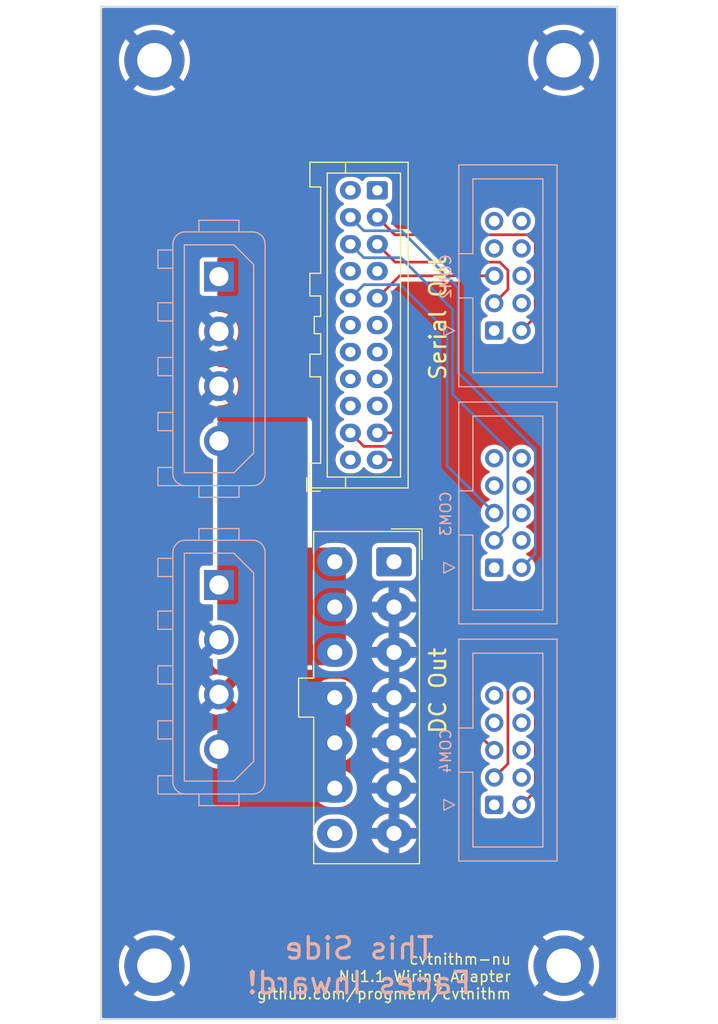
<source format=kicad_pcb>
(kicad_pcb (version 20221018) (generator pcbnew)
  (layers (0 "F.Cu" signal) (31 "B.Cu" signal) (34 "B.Paste" user) (35 "F.Paste" user) (36 "B.SilkS" user "B.Silkscreen") (37 "F.SilkS" user "F.Silkscreen") (38 "B.Mask" user) (39 "F.Mask" user) (44 "Edge.Cuts" user))
  (net 0 "")
  (net 15 "/UART1_RX")
  (net 16 "/UART1_TX")
  (net 17 "/UART1_GND")
  (net 18 "/UART2_RX")
  (net 19 "/UART2_TX")
  (net 20 "/UART2_GND")
  (net 21 "/UART3_RX")
  (net 22 "/UART3_TX")
  (net 23 "/UART3_GND")
  (net 39 "/+12V")
  (net 40 "/GND")
  (net 41 "/+5V")
  (footprint "MountingHole:MountingHole_3.2mm_M3_DIN965_Pad" (layer "F.Cu") (at 88.8 50.8)
    (fp_text reference "REF**" hide)
    (fp_text value "MountingHole_3.2mm_M3_DIN965_Pad")
    (pad "1" thru_hole circle (at 0 0) (size 5.6 5.6) (drill 3.2) (layers "*.Cu" "*.Mask") (net 40 "/GND"))
  )
  (footprint "MountingHole:MountingHole_3.2mm_M3_DIN965_Pad" (layer "F.Cu") (at 88.8 134.8)
    (fp_text reference "REF**" hide)
    (fp_text value "MountingHole_3.2mm_M3_DIN965_Pad")
    (pad "1" thru_hole circle (at 0 0) (size 5.6 5.6) (drill 3.2) (layers "*.Cu" "*.Mask") (net 40 "/GND"))
  )
  (footprint "MountingHole:MountingHole_3.2mm_M3_DIN965_Pad" (layer "F.Cu") (at 50.8 134.8)
    (fp_text reference "REF**" hide)
    (fp_text value "MountingHole_3.2mm_M3_DIN965_Pad")
    (pad "1" thru_hole circle (at 0 0) (size 5.6 5.6) (drill 3.2) (layers "*.Cu" "*.Mask") (net 40 "/GND"))
  )
  (footprint "Connector_Molex:Molex_Mini-Fit_Jr_5566-14A_2x07_P4.20mm_Vertical" (layer "F.Cu") (at 73.05 97.33 -90)
    (fp_text reference "CPWR1" hide)
    (fp_text value "Conn_02x07_Top_Bottom" hide)
    (fp_line (start -3.05 -2.6) (end -3.05 0.25) (stroke (width 0.12)) (layer "F.SilkS"))
    (fp_line (start -2.81 -2.36) (end -2.81 7.46) (stroke (width 0.12)) (layer "F.SilkS"))
    (fp_line (start -2.81 7.46) (end 10.79 7.46) (stroke (width 0.12)) (layer "F.SilkS"))
    (fp_line (start -0.2 -2.6) (end -3.05 -2.6) (stroke (width 0.12)) (layer "F.SilkS"))
    (fp_line (start 10.79 7.46) (end 10.79 8.86) (stroke (width 0.12)) (layer "F.SilkS"))
    (fp_line (start 10.79 8.86) (end 12.6 8.86) (stroke (width 0.12)) (layer "F.SilkS"))
    (fp_line (start 12.6 -2.36) (end -2.81 -2.36) (stroke (width 0.12)) (layer "F.SilkS"))
    (fp_line (start 12.6 -2.36) (end 28.01 -2.36) (stroke (width 0.12)) (layer "F.SilkS"))
    (fp_line (start 14.41 7.46) (end 14.41 8.86) (stroke (width 0.12)) (layer "F.SilkS"))
    (fp_line (start 14.41 8.86) (end 12.6 8.86) (stroke (width 0.12)) (layer "F.SilkS"))
    (fp_line (start 28.01 -2.36) (end 28.01 7.46) (stroke (width 0.12)) (layer "F.SilkS"))
    (fp_line (start 28.01 7.46) (end 14.41 7.46) (stroke (width 0.12)) (layer "F.SilkS"))
    (pad "1" thru_hole roundrect locked (at 0 0 270) (size 2.7 3.3) (drill 1.4) (layers "*.Cu" "*.Mask") (roundrect_rratio 0.09259296296))
    (pad "2" thru_hole oval locked (at 4.2 0 270) (size 2.7 3.3) (drill 1.4) (layers "*.Cu" "*.Mask") (net 40 "/GND"))
    (pad "3" thru_hole oval locked (at 8.4 0 270) (size 2.7 3.3) (drill 1.4) (layers "*.Cu" "*.Mask") (net 40 "/GND"))
    (pad "4" thru_hole oval locked (at 12.6 0 270) (size 2.7 3.3) (drill 1.4) (layers "*.Cu" "*.Mask") (net 40 "/GND"))
    (pad "5" thru_hole oval locked (at 16.8 0 270) (size 2.7 3.3) (drill 1.4) (layers "*.Cu" "*.Mask") (net 40 "/GND"))
    (pad "6" thru_hole oval locked (at 21 0 270) (size 2.7 3.3) (drill 1.4) (layers "*.Cu" "*.Mask") (net 40 "/GND"))
    (pad "7" thru_hole oval locked (at 25.2 0 270) (size 2.7 3.3) (drill 1.4) (layers "*.Cu" "*.Mask") (net 40 "/GND"))
    (pad "8" thru_hole oval locked (at 0 5.5 270) (size 2.7 3.3) (drill 1.4) (layers "*.Cu" "*.Mask") (net 39 "/+12V"))
    (pad "9" thru_hole oval locked (at 4.2 5.5 270) (size 2.7 3.3) (drill 1.4) (layers "*.Cu" "*.Mask") (net 39 "/+12V"))
    (pad "10" thru_hole oval locked (at 8.4 5.5 270) (size 2.7 3.3) (drill 1.4) (layers "*.Cu" "*.Mask") (net 39 "/+12V"))
    (pad "11" thru_hole oval locked (at 12.6 5.5 270) (size 2.7 3.3) (drill 1.4) (layers "*.Cu" "*.Mask") (net 41 "/+5V"))
    (pad "12" thru_hole oval locked (at 16.8 5.5 270) (size 2.7 3.3) (drill 1.4) (layers "*.Cu" "*.Mask") (net 41 "/+5V"))
    (pad "13" thru_hole oval locked (at 21 5.5 270) (size 2.7 3.3) (drill 1.4) (layers "*.Cu" "*.Mask") (net 41 "/+5V"))
    (pad "14" thru_hole oval locked (at 25.2 5.5 270) (size 2.7 3.3) (drill 1.4) (layers "*.Cu" "*.Mask"))
  )
  (footprint "Connector_JST:JST_XAD_B22B-XADSS-1_2x11_P2.50mm_Vertical" (layer "F.Cu") (at 69 87.87 90)
    (fp_text reference "CCOM1" hide)
    (fp_text value "Conn_02x11_Odd_Even" hide)
    (fp_line (start -2.91 -4.06) (end -2.91 -2.81) (stroke (width 0.12)) (layer "F.SilkS"))
    (fp_line (start -2.61 -3.76) (end -2.61 5.36) (stroke (width 0.12)) (layer "F.SilkS"))
    (fp_line (start -2.61 -0.45) (end -1.6 -0.45) (stroke (width 0.12)) (layer "F.SilkS"))
    (fp_line (start -2.61 5.36) (end 27.61 5.36) (stroke (width 0.12)) (layer "F.SilkS"))
    (fp_line (start -1.66 -4.06) (end -2.91 -4.06) (stroke (width 0.12)) (layer "F.SilkS"))
    (fp_line (start -1.6 -2.15) (end -1.6 4.65) (stroke (width 0.12)) (layer "F.SilkS"))
    (fp_line (start -1.6 4.65) (end 26.6 4.65) (stroke (width 0.12)) (layer "F.SilkS"))
    (fp_line (start -0.31 -3.76) (end -2.61 -3.76) (stroke (width 0.12)) (layer "F.SilkS"))
    (fp_line (start -0.31 -2.76) (end -0.31 -3.76) (stroke (width 0.12)) (layer "F.SilkS"))
    (fp_line (start 7.7 -3.76) (end 7.7 -2.76) (stroke (width 0.12)) (layer "F.SilkS"))
    (fp_line (start 7.7 -2.76) (end -0.31 -2.76) (stroke (width 0.12)) (layer "F.SilkS"))
    (fp_line (start 9.8 -3.76) (end 7.7 -3.76) (stroke (width 0.12)) (layer "F.SilkS"))
    (fp_line (start 9.8 -2.76) (end 9.8 -3.76) (stroke (width 0.12)) (layer "F.SilkS"))
    (fp_line (start 11.7 -3.36) (end 11.7 -2.76) (stroke (width 0.12)) (layer "F.SilkS"))
    (fp_line (start 11.7 -2.76) (end 9.8 -2.76) (stroke (width 0.12)) (layer "F.SilkS"))
    (fp_line (start 13.3 -3.36) (end 11.7 -3.36) (stroke (width 0.12)) (layer "F.SilkS"))
    (fp_line (start 13.3 -2.76) (end 13.3 -3.36) (stroke (width 0.12)) (layer "F.SilkS"))
    (fp_line (start 15.2 -3.76) (end 15.2 -2.76) (stroke (width 0.12)) (layer "F.SilkS"))
    (fp_line (start 15.2 -2.76) (end 13.3 -2.76) (stroke (width 0.12)) (layer "F.SilkS"))
    (fp_line (start 17.3 -3.76) (end 15.2 -3.76) (stroke (width 0.12)) (layer "F.SilkS"))
    (fp_line (start 17.3 -2.76) (end 17.3 -3.76) (stroke (width 0.12)) (layer "F.SilkS"))
    (fp_line (start 25.31 -3.76) (end 25.31 -2.76) (stroke (width 0.12)) (layer "F.SilkS"))
    (fp_line (start 25.31 -2.76) (end 17.3 -2.76) (stroke (width 0.12)) (layer "F.SilkS"))
    (fp_line (start 26.6 -2.15) (end -1.6 -2.15) (stroke (width 0.12)) (layer "F.SilkS"))
    (fp_line (start 26.6 4.65) (end 26.6 -2.15) (stroke (width 0.12)) (layer "F.SilkS"))
    (fp_line (start 27.61 -3.76) (end 25.31 -3.76) (stroke (width 0.12)) (layer "F.SilkS"))
    (fp_line (start 27.61 -0.45) (end 26.6 -0.45) (stroke (width 0.12)) (layer "F.SilkS"))
    (fp_line (start 27.61 5.36) (end 27.61 -3.76) (stroke (width 0.12)) (layer "F.SilkS"))
    (pad "1" thru_hole roundrect locked (at 25 2.5 90) (size 1.7 1.95) (drill 0.95) (layers "*.Cu" "*.Mask") (roundrect_rratio 0.1470588235))
    (pad "2" thru_hole oval locked (at 25 0 90) (size 1.7 1.95) (drill 0.95) (layers "*.Cu" "*.Mask"))
    (pad "3" thru_hole oval locked (at 22.5 2.5 90) (size 1.7 1.95) (drill 0.95) (layers "*.Cu" "*.Mask") (net 15 "/UART1_RX"))
    (pad "4" thru_hole oval locked (at 22.5 0 90) (size 1.7 1.95) (drill 0.95) (layers "*.Cu" "*.Mask") (net 18 "/UART2_RX"))
    (pad "5" thru_hole oval locked (at 20 2.5 90) (size 1.7 1.95) (drill 0.95) (layers "*.Cu" "*.Mask") (net 16 "/UART1_TX"))
    (pad "6" thru_hole oval locked (at 20 0 90) (size 1.7 1.95) (drill 0.95) (layers "*.Cu" "*.Mask") (net 19 "/UART2_TX"))
    (pad "7" thru_hole oval locked (at 17.5 2.5 90) (size 1.7 1.95) (drill 0.95) (layers "*.Cu" "*.Mask"))
    (pad "8" thru_hole oval locked (at 17.5 0 90) (size 1.7 1.95) (drill 0.95) (layers "*.Cu" "*.Mask"))
    (pad "9" thru_hole oval locked (at 15 2.5 90) (size 1.7 1.95) (drill 0.95) (layers "*.Cu" "*.Mask") (net 17 "/UART1_GND"))
    (pad "10" thru_hole oval locked (at 15 0 90) (size 1.7 1.95) (drill 0.95) (layers "*.Cu" "*.Mask") (net 20 "/UART2_GND"))
    (pad "11" thru_hole oval locked (at 12.5 2.5 90) (size 1.7 1.95) (drill 0.95) (layers "*.Cu" "*.Mask"))
    (pad "12" thru_hole oval locked (at 12.5 0 90) (size 1.7 1.95) (drill 0.95) (layers "*.Cu" "*.Mask"))
    (pad "13" thru_hole oval locked (at 10 2.5 90) (size 1.7 1.95) (drill 0.95) (layers "*.Cu" "*.Mask"))
    (pad "14" thru_hole oval locked (at 10 0 90) (size 1.7 1.95) (drill 0.95) (layers "*.Cu" "*.Mask"))
    (pad "15" thru_hole oval locked (at 7.5 2.5 90) (size 1.7 1.95) (drill 0.95) (layers "*.Cu" "*.Mask"))
    (pad "16" thru_hole oval locked (at 7.5 0 90) (size 1.7 1.95) (drill 0.95) (layers "*.Cu" "*.Mask"))
    (pad "17" thru_hole oval locked (at 5 2.5 90) (size 1.7 1.95) (drill 0.95) (layers "*.Cu" "*.Mask"))
    (pad "18" thru_hole oval locked (at 5 0 90) (size 1.7 1.95) (drill 0.95) (layers "*.Cu" "*.Mask"))
    (pad "19" thru_hole oval locked (at 2.5 2.5 90) (size 1.7 1.95) (drill 0.95) (layers "*.Cu" "*.Mask") (net 21 "/UART3_RX"))
    (pad "20" thru_hole oval locked (at 2.5 0 90) (size 1.7 1.95) (drill 0.95) (layers "*.Cu" "*.Mask") (net 22 "/UART3_TX"))
    (pad "21" thru_hole oval locked (at 0 2.5 90) (size 1.7 1.95) (drill 0.95) (layers "*.Cu" "*.Mask") (net 23 "/UART3_GND"))
    (pad "22" thru_hole oval locked (at 0 0 90) (size 1.7 1.95) (drill 0.95) (layers "*.Cu" "*.Mask"))
  )
  (footprint "MountingHole:MountingHole_3.2mm_M3_DIN965_Pad" (layer "F.Cu") (at 50.8 50.8)
    (fp_text reference "REF**" hide)
    (fp_text value "MountingHole_3.2mm_M3_DIN965_Pad")
    (pad "1" thru_hole circle (at 0 0) (size 5.6 5.6) (drill 3.2) (layers "*.Cu" "*.Mask") (net 40 "/GND"))
  )
  (footprint "Connector_IDC:IDC-Header_2x05_P2.54mm_Vertical" (layer "B.Cu") (at 82.355 119.88)
    (fp_text reference "COM4" (at -4.5 -5 90) (layer "B.SilkS") (effects (justify mirror)))
    (fp_text value "Conn_02x05_Odd_Even" hide)
    (fp_line (start -4.68 -0.5) (end -3.68 0) (stroke (width 0.12)) (layer "B.SilkS"))
    (fp_line (start -4.68 0.5) (end -4.68 -0.5) (stroke (width 0.12)) (layer "B.SilkS"))
    (fp_line (start -3.68 0) (end -4.68 0.5) (stroke (width 0.12)) (layer "B.SilkS"))
    (fp_line (start -3.29 -15.37) (end -3.29 5.21) (stroke (width 0.12)) (layer "B.SilkS"))
    (fp_line (start -3.29 -3.03) (end -1.98 -3.03) (stroke (width 0.12)) (layer "B.SilkS"))
    (fp_line (start -3.29 5.21) (end 5.83 5.21) (stroke (width 0.12)) (layer "B.SilkS"))
    (fp_line (start -1.98 -14.07) (end -1.98 -7.13) (stroke (width 0.12)) (layer "B.SilkS"))
    (fp_line (start -1.98 -7.13) (end -3.29 -7.13) (stroke (width 0.12)) (layer "B.SilkS"))
    (fp_line (start -1.98 -7.13) (end -1.98 -7.13) (stroke (width 0.12)) (layer "B.SilkS"))
    (fp_line (start -1.98 -3.03) (end -1.98 3.91) (stroke (width 0.12)) (layer "B.SilkS"))
    (fp_line (start -1.98 3.91) (end 4.52 3.91) (stroke (width 0.12)) (layer "B.SilkS"))
    (fp_line (start 4.52 -14.07) (end -1.98 -14.07) (stroke (width 0.12)) (layer "B.SilkS"))
    (fp_line (start 4.52 3.91) (end 4.52 -14.07) (stroke (width 0.12)) (layer "B.SilkS"))
    (fp_line (start 5.83 -15.37) (end -3.29 -15.37) (stroke (width 0.12)) (layer "B.SilkS"))
    (fp_line (start 5.83 5.21) (end 5.83 -15.37) (stroke (width 0.12)) (layer "B.SilkS"))
    (pad "1" thru_hole roundrect locked (at 0 0) (size 1.7 1.7) (drill 1) (layers "*.Cu" "*.Mask") (roundrect_rratio 0.1470588235))
    (pad "2" thru_hole circle locked (at 2.54 0) (size 1.7 1.7) (drill 1) (layers "*.Cu" "*.Mask") (net 21 "/UART3_RX"))
    (pad "3" thru_hole circle locked (at 0 -2.54) (size 1.7 1.7) (drill 1) (layers "*.Cu" "*.Mask") (net 22 "/UART3_TX"))
    (pad "4" thru_hole circle locked (at 2.54 -2.54) (size 1.7 1.7) (drill 1) (layers "*.Cu" "*.Mask"))
    (pad "5" thru_hole circle locked (at 0 -5.08) (size 1.7 1.7) (drill 1) (layers "*.Cu" "*.Mask") (net 23 "/UART3_GND"))
    (pad "6" thru_hole circle locked (at 2.54 -5.08) (size 1.7 1.7) (drill 1) (layers "*.Cu" "*.Mask"))
    (pad "7" thru_hole circle locked (at 0 -7.62) (size 1.7 1.7) (drill 1) (layers "*.Cu" "*.Mask"))
    (pad "8" thru_hole circle locked (at 2.54 -7.62) (size 1.7 1.7) (drill 1) (layers "*.Cu" "*.Mask"))
    (pad "9" thru_hole circle locked (at 0 -10.16) (size 1.7 1.7) (drill 1) (layers "*.Cu" "*.Mask"))
    (pad "10" thru_hole circle locked (at 2.54 -10.16) (size 1.7 1.7) (drill 1) (layers "*.Cu" "*.Mask"))
  )
  (footprint "Connector_IDC:IDC-Header_2x05_P2.54mm_Vertical" (layer "B.Cu") (at 82.355 97.88)
    (fp_text reference "COM3" (at -4.5 -5 90) (layer "B.SilkS") (effects (justify mirror)))
    (fp_text value "Conn_02x05_Odd_Even" hide)
    (fp_line (start -4.68 -0.5) (end -3.68 0) (stroke (width 0.12)) (layer "B.SilkS"))
    (fp_line (start -4.68 0.5) (end -4.68 -0.5) (stroke (width 0.12)) (layer "B.SilkS"))
    (fp_line (start -3.68 0) (end -4.68 0.5) (stroke (width 0.12)) (layer "B.SilkS"))
    (fp_line (start -3.29 -15.37) (end -3.29 5.21) (stroke (width 0.12)) (layer "B.SilkS"))
    (fp_line (start -3.29 -3.03) (end -1.98 -3.03) (stroke (width 0.12)) (layer "B.SilkS"))
    (fp_line (start -3.29 5.21) (end 5.83 5.21) (stroke (width 0.12)) (layer "B.SilkS"))
    (fp_line (start -1.98 -14.07) (end -1.98 -7.13) (stroke (width 0.12)) (layer "B.SilkS"))
    (fp_line (start -1.98 -7.13) (end -3.29 -7.13) (stroke (width 0.12)) (layer "B.SilkS"))
    (fp_line (start -1.98 -7.13) (end -1.98 -7.13) (stroke (width 0.12)) (layer "B.SilkS"))
    (fp_line (start -1.98 -3.03) (end -1.98 3.91) (stroke (width 0.12)) (layer "B.SilkS"))
    (fp_line (start -1.98 3.91) (end 4.52 3.91) (stroke (width 0.12)) (layer "B.SilkS"))
    (fp_line (start 4.52 -14.07) (end -1.98 -14.07) (stroke (width 0.12)) (layer "B.SilkS"))
    (fp_line (start 4.52 3.91) (end 4.52 -14.07) (stroke (width 0.12)) (layer "B.SilkS"))
    (fp_line (start 5.83 -15.37) (end -3.29 -15.37) (stroke (width 0.12)) (layer "B.SilkS"))
    (fp_line (start 5.83 5.21) (end 5.83 -15.37) (stroke (width 0.12)) (layer "B.SilkS"))
    (pad "1" thru_hole roundrect locked (at 0 0) (size 1.7 1.7) (drill 1) (layers "*.Cu" "*.Mask") (roundrect_rratio 0.1470588235))
    (pad "2" thru_hole circle locked (at 2.54 0) (size 1.7 1.7) (drill 1) (layers "*.Cu" "*.Mask") (net 18 "/UART2_RX"))
    (pad "3" thru_hole circle locked (at 0 -2.54) (size 1.7 1.7) (drill 1) (layers "*.Cu" "*.Mask") (net 19 "/UART2_TX"))
    (pad "4" thru_hole circle locked (at 2.54 -2.54) (size 1.7 1.7) (drill 1) (layers "*.Cu" "*.Mask"))
    (pad "5" thru_hole circle locked (at 0 -5.08) (size 1.7 1.7) (drill 1) (layers "*.Cu" "*.Mask") (net 20 "/UART2_GND"))
    (pad "6" thru_hole circle locked (at 2.54 -5.08) (size 1.7 1.7) (drill 1) (layers "*.Cu" "*.Mask"))
    (pad "7" thru_hole circle locked (at 0 -7.62) (size 1.7 1.7) (drill 1) (layers "*.Cu" "*.Mask"))
    (pad "8" thru_hole circle locked (at 2.54 -7.62) (size 1.7 1.7) (drill 1) (layers "*.Cu" "*.Mask"))
    (pad "9" thru_hole circle locked (at 0 -10.16) (size 1.7 1.7) (drill 1) (layers "*.Cu" "*.Mask"))
    (pad "10" thru_hole circle locked (at 2.54 -10.16) (size 1.7 1.7) (drill 1) (layers "*.Cu" "*.Mask"))
  )
  (footprint "Connector_IDC:IDC-Header_2x05_P2.54mm_Vertical" (layer "B.Cu") (at 82.355 75.88)
    (fp_text reference "COM2" (at -4.5 -5 90) (layer "B.SilkS") (effects (justify mirror)))
    (fp_text value "Conn_02x05_Odd_Even" hide)
    (fp_line (start -4.68 -0.5) (end -3.68 0) (stroke (width 0.12)) (layer "B.SilkS"))
    (fp_line (start -4.68 0.5) (end -4.68 -0.5) (stroke (width 0.12)) (layer "B.SilkS"))
    (fp_line (start -3.68 0) (end -4.68 0.5) (stroke (width 0.12)) (layer "B.SilkS"))
    (fp_line (start -3.29 -15.37) (end -3.29 5.21) (stroke (width 0.12)) (layer "B.SilkS"))
    (fp_line (start -3.29 -3.03) (end -1.98 -3.03) (stroke (width 0.12)) (layer "B.SilkS"))
    (fp_line (start -3.29 5.21) (end 5.83 5.21) (stroke (width 0.12)) (layer "B.SilkS"))
    (fp_line (start -1.98 -14.07) (end -1.98 -7.13) (stroke (width 0.12)) (layer "B.SilkS"))
    (fp_line (start -1.98 -7.13) (end -3.29 -7.13) (stroke (width 0.12)) (layer "B.SilkS"))
    (fp_line (start -1.98 -7.13) (end -1.98 -7.13) (stroke (width 0.12)) (layer "B.SilkS"))
    (fp_line (start -1.98 -3.03) (end -1.98 3.91) (stroke (width 0.12)) (layer "B.SilkS"))
    (fp_line (start -1.98 3.91) (end 4.52 3.91) (stroke (width 0.12)) (layer "B.SilkS"))
    (fp_line (start 4.52 -14.07) (end -1.98 -14.07) (stroke (width 0.12)) (layer "B.SilkS"))
    (fp_line (start 4.52 3.91) (end 4.52 -14.07) (stroke (width 0.12)) (layer "B.SilkS"))
    (fp_line (start 5.83 -15.37) (end -3.29 -15.37) (stroke (width 0.12)) (layer "B.SilkS"))
    (fp_line (start 5.83 5.21) (end 5.83 -15.37) (stroke (width 0.12)) (layer "B.SilkS"))
    (pad "1" thru_hole roundrect locked (at 0 0) (size 1.7 1.7) (drill 1) (layers "*.Cu" "*.Mask") (roundrect_rratio 0.1470588235))
    (pad "2" thru_hole circle locked (at 2.54 0) (size 1.7 1.7) (drill 1) (layers "*.Cu" "*.Mask") (net 15 "/UART1_RX"))
    (pad "3" thru_hole circle locked (at 0 -2.54) (size 1.7 1.7) (drill 1) (layers "*.Cu" "*.Mask") (net 16 "/UART1_TX"))
    (pad "4" thru_hole circle locked (at 2.54 -2.54) (size 1.7 1.7) (drill 1) (layers "*.Cu" "*.Mask"))
    (pad "5" thru_hole circle locked (at 0 -5.08) (size 1.7 1.7) (drill 1) (layers "*.Cu" "*.Mask") (net 17 "/UART1_GND"))
    (pad "6" thru_hole circle locked (at 2.54 -5.08) (size 1.7 1.7) (drill 1) (layers "*.Cu" "*.Mask"))
    (pad "7" thru_hole circle locked (at 0 -7.62) (size 1.7 1.7) (drill 1) (layers "*.Cu" "*.Mask"))
    (pad "8" thru_hole circle locked (at 2.54 -7.62) (size 1.7 1.7) (drill 1) (layers "*.Cu" "*.Mask"))
    (pad "9" thru_hole circle locked (at 0 -10.16) (size 1.7 1.7) (drill 1) (layers "*.Cu" "*.Mask"))
    (pad "10" thru_hole circle locked (at 2.54 -10.16) (size 1.7 1.7) (drill 1) (layers "*.Cu" "*.Mask"))
  )
  (footprint "Connector_TE-Connectivity:TE_MATE-N-LOK_350211-1_1x04_P5.08mm_Vertical" (layer "B.Cu") (at 56.795 70.878 -90)
    (fp_text reference "PWR1" hide)
    (fp_text value "Conn_01x04_Pin" hide)
    (fp_line (start -5.23 -1.86) (end -5.23 1.86) (stroke (width 0.12)) (layer "B.SilkS"))
    (fp_line (start -5.23 1.86) (end -4.15 1.86) (stroke (width 0.12)) (layer "B.SilkS"))
    (fp_line (start -4.15 -1.86) (end -5.23 -1.86) (stroke (width 0.12)) (layer "B.SilkS"))
    (fp_line (start -4.15 3.14) (end -4.15 -3.14) (stroke (width 0.12)) (layer "B.SilkS"))
    (fp_line (start -3.01 -4.28) (end 18.25 -4.28) (stroke (width 0.12)) (layer "B.SilkS"))
    (fp_line (start -2.95 -1.39) (end -2.95 3.22) (stroke (width 0.12)) (layer "B.SilkS"))
    (fp_line (start -2.95 3.22) (end 18.19 3.22) (stroke (width 0.12)) (layer "B.SilkS"))
    (fp_line (start -2.47 4.28) (end -2.47 5.67) (stroke (width 0.12)) (layer "B.SilkS"))
    (fp_line (start -2.47 5.67) (end -0.78 5.67) (stroke (width 0.12)) (layer "B.SilkS"))
    (fp_line (start -1.12 -3.22) (end -2.95 -1.39) (stroke (width 0.12)) (layer "B.SilkS"))
    (fp_line (start -0.78 5.67) (end -0.78 4.28) (stroke (width 0.12)) (layer "B.SilkS"))
    (fp_line (start 2.42 4.28) (end 2.42 5.67) (stroke (width 0.12)) (layer "B.SilkS"))
    (fp_line (start 2.42 5.67) (end 4.11 5.67) (stroke (width 0.12)) (layer "B.SilkS"))
    (fp_line (start 4.11 5.67) (end 4.11 4.28) (stroke (width 0.12)) (layer "B.SilkS"))
    (fp_line (start 7.5 4.28) (end 7.5 5.67) (stroke (width 0.12)) (layer "B.SilkS"))
    (fp_line (start 7.5 5.67) (end 9.19 5.67) (stroke (width 0.12)) (layer "B.SilkS"))
    (fp_line (start 9.19 5.67) (end 9.19 4.28) (stroke (width 0.12)) (layer "B.SilkS"))
    (fp_line (start 12.6 4.28) (end 12.6 5.67) (stroke (width 0.12)) (layer "B.SilkS"))
    (fp_line (start 12.6 5.67) (end 14.29 5.67) (stroke (width 0.12)) (layer "B.SilkS"))
    (fp_line (start 14.29 5.67) (end 14.29 4.28) (stroke (width 0.12)) (layer "B.SilkS"))
    (fp_line (start 16.36 -3.22) (end -1.12 -3.22) (stroke (width 0.12)) (layer "B.SilkS"))
    (fp_line (start 17.7 4.28) (end 17.7 5.67) (stroke (width 0.12)) (layer "B.SilkS"))
    (fp_line (start 17.7 5.67) (end 19.39 5.67) (stroke (width 0.12)) (layer "B.SilkS"))
    (fp_line (start 18.19 -1.39) (end 16.36 -3.22) (stroke (width 0.12)) (layer "B.SilkS"))
    (fp_line (start 18.19 3.22) (end 18.19 -1.39) (stroke (width 0.12)) (layer "B.SilkS"))
    (fp_line (start 18.25 4.28) (end -3.01 4.28) (stroke (width 0.12)) (layer "B.SilkS"))
    (fp_line (start 19.39 -3.14) (end 19.39 5.67) (stroke (width 0.12)) (layer "B.SilkS"))
    (fp_line (start 19.39 -1.86) (end 20.47 -1.86) (stroke (width 0.12)) (layer "B.SilkS"))
    (fp_line (start 20.47 -1.86) (end 20.47 1.86) (stroke (width 0.12)) (layer "B.SilkS"))
    (fp_line (start 20.47 1.86) (end 19.39 1.86) (stroke (width 0.12)) (layer "B.SilkS"))
    (fp_arc (start -4.15 -3.14) (mid -3.816102 -3.946102) (end -3.01 -4.28) (stroke (width 0.12)) (layer "B.SilkS"))
    (fp_arc (start -3.01 4.28) (mid -3.816102 3.946102) (end -4.15 3.14) (stroke (width 0.12)) (layer "B.SilkS"))
    (fp_arc (start 18.25 -4.28) (mid 19.056102 -3.946102) (end 19.39 -3.14) (stroke (width 0.12)) (layer "B.SilkS"))
    (fp_arc (start 19.39 3.14) (mid 19.056102 3.946102) (end 18.25 4.28) (stroke (width 0.12)) (layer "B.SilkS"))
    (pad "1" thru_hole rect locked (at 0 0 270) (size 2.78 2.78) (drill 1.78) (layers "*.Cu" "*.Mask") (net 39 "/+12V"))
    (pad "2" thru_hole circle locked (at 5.08 0 270) (size 2.78 2.78) (drill 1.78) (layers "*.Cu" "*.Mask") (net 40 "/GND"))
    (pad "3" thru_hole circle locked (at 10.16 0 270) (size 2.78 2.78) (drill 1.78) (layers "*.Cu" "*.Mask") (net 40 "/GND"))
    (pad "4" thru_hole circle locked (at 15.24 0 270) (size 2.78 2.78) (drill 1.78) (layers "*.Cu" "*.Mask") (net 41 "/+5V"))
  )
  (footprint "Connector_TE-Connectivity:TE_MATE-N-LOK_350211-1_1x04_P5.08mm_Vertical" (layer "B.Cu") (at 56.795 99.482 -90)
    (fp_text reference "PWR2" hide)
    (fp_text value "Conn_01x04_Pin" hide)
    (fp_line (start -5.23 -1.86) (end -5.23 1.86) (stroke (width 0.12)) (layer "B.SilkS"))
    (fp_line (start -5.23 1.86) (end -4.15 1.86) (stroke (width 0.12)) (layer "B.SilkS"))
    (fp_line (start -4.15 -1.86) (end -5.23 -1.86) (stroke (width 0.12)) (layer "B.SilkS"))
    (fp_line (start -4.15 3.14) (end -4.15 -3.14) (stroke (width 0.12)) (layer "B.SilkS"))
    (fp_line (start -3.01 -4.28) (end 18.25 -4.28) (stroke (width 0.12)) (layer "B.SilkS"))
    (fp_line (start -2.95 -1.39) (end -2.95 3.22) (stroke (width 0.12)) (layer "B.SilkS"))
    (fp_line (start -2.95 3.22) (end 18.19 3.22) (stroke (width 0.12)) (layer "B.SilkS"))
    (fp_line (start -2.47 4.28) (end -2.47 5.67) (stroke (width 0.12)) (layer "B.SilkS"))
    (fp_line (start -2.47 5.67) (end -0.78 5.67) (stroke (width 0.12)) (layer "B.SilkS"))
    (fp_line (start -1.12 -3.22) (end -2.95 -1.39) (stroke (width 0.12)) (layer "B.SilkS"))
    (fp_line (start -0.78 5.67) (end -0.78 4.28) (stroke (width 0.12)) (layer "B.SilkS"))
    (fp_line (start 2.42 4.28) (end 2.42 5.67) (stroke (width 0.12)) (layer "B.SilkS"))
    (fp_line (start 2.42 5.67) (end 4.11 5.67) (stroke (width 0.12)) (layer "B.SilkS"))
    (fp_line (start 4.11 5.67) (end 4.11 4.28) (stroke (width 0.12)) (layer "B.SilkS"))
    (fp_line (start 7.5 4.28) (end 7.5 5.67) (stroke (width 0.12)) (layer "B.SilkS"))
    (fp_line (start 7.5 5.67) (end 9.19 5.67) (stroke (width 0.12)) (layer "B.SilkS"))
    (fp_line (start 9.19 5.67) (end 9.19 4.28) (stroke (width 0.12)) (layer "B.SilkS"))
    (fp_line (start 12.6 4.28) (end 12.6 5.67) (stroke (width 0.12)) (layer "B.SilkS"))
    (fp_line (start 12.6 5.67) (end 14.29 5.67) (stroke (width 0.12)) (layer "B.SilkS"))
    (fp_line (start 14.29 5.67) (end 14.29 4.28) (stroke (width 0.12)) (layer "B.SilkS"))
    (fp_line (start 16.36 -3.22) (end -1.12 -3.22) (stroke (width 0.12)) (layer "B.SilkS"))
    (fp_line (start 17.7 4.28) (end 17.7 5.67) (stroke (width 0.12)) (layer "B.SilkS"))
    (fp_line (start 17.7 5.67) (end 19.39 5.67) (stroke (width 0.12)) (layer "B.SilkS"))
    (fp_line (start 18.19 -1.39) (end 16.36 -3.22) (stroke (width 0.12)) (layer "B.SilkS"))
    (fp_line (start 18.19 3.22) (end 18.19 -1.39) (stroke (width 0.12)) (layer "B.SilkS"))
    (fp_line (start 18.25 4.28) (end -3.01 4.28) (stroke (width 0.12)) (layer "B.SilkS"))
    (fp_line (start 19.39 -3.14) (end 19.39 5.67) (stroke (width 0.12)) (layer "B.SilkS"))
    (fp_line (start 19.39 -1.86) (end 20.47 -1.86) (stroke (width 0.12)) (layer "B.SilkS"))
    (fp_line (start 20.47 -1.86) (end 20.47 1.86) (stroke (width 0.12)) (layer "B.SilkS"))
    (fp_line (start 20.47 1.86) (end 19.39 1.86) (stroke (width 0.12)) (layer "B.SilkS"))
    (fp_arc (start -4.15 -3.14) (mid -3.816102 -3.946102) (end -3.01 -4.28) (stroke (width 0.12)) (layer "B.SilkS"))
    (fp_arc (start -3.01 4.28) (mid -3.816102 3.946102) (end -4.15 3.14) (stroke (width 0.12)) (layer "B.SilkS"))
    (fp_arc (start 18.25 -4.28) (mid 19.056102 -3.946102) (end 19.39 -3.14) (stroke (width 0.12)) (layer "B.SilkS"))
    (fp_arc (start 19.39 3.14) (mid 19.056102 3.946102) (end 18.25 4.28) (stroke (width 0.12)) (layer "B.SilkS"))
    (pad "1" thru_hole rect locked (at 0 0 270) (size 2.78 2.78) (drill 1.78) (layers "*.Cu" "*.Mask") (net 39 "/+12V"))
    (pad "2" thru_hole circle locked (at 5.08 0 270) (size 2.78 2.78) (drill 1.78) (layers "*.Cu" "*.Mask") (net 40 "/GND"))
    (pad "3" thru_hole circle locked (at 10.16 0 270) (size 2.78 2.78) (drill 1.78) (layers "*.Cu" "*.Mask") (net 40 "/GND"))
    (pad "4" thru_hole circle locked (at 15.24 0 270) (size 2.78 2.78) (drill 1.78) (layers "*.Cu" "*.Mask") (net 41 "/+5V"))
  )
  (gr_line locked (start 45.8 45.8) (end 45.8 139.8) (stroke (width 0.1)) (layer "Edge.Cuts"))
  (gr_line locked (start 93.8 45.8) (end 93.8 139.8) (stroke (width 0.1)) (layer "Edge.Cuts"))
  (gr_line locked (start 45.8 139.8) (end 93.8 139.8) (stroke (width 0.1)) (layer "Edge.Cuts"))
  (gr_line locked (start 45.8 45.8) (end 93.8 45.8) (stroke (width 0.1)) (layer "Edge.Cuts"))
  (gr_text "This Side\nFaces Inward!" (at 69.8 134.8) (layer "B.SilkS") (effects (font (size 2 2) (thickness 0.3)) (justify mirror)))
  (gr_text "cvtnithm-nu\nNu1.1 Wiring Adapter\ngithub.com/progmem/cvtnithm" (at 84 138) (layer "F.SilkS") (effects (font (size 1 1)) (justify right bottom)))
  (gr_text "Serial Out" (at 78 80.594107 90) (layer "F.SilkS") (effects (font (size 1.5 1.5) (thickness 0.225)) (justify left bottom)))
  (gr_text "DC Out" (at 78 113.404108 90) (layer "F.SilkS") (effects (font (size 1.5 1.5) (thickness 0.225)) (justify left bottom)))
  (segment (start 86.165 74.617) (end 86.165 67.71265) (width 0.25) (layer "F.Cu") (net 15))
  (segment (start 84.902 75.88) (end 86.165 74.617) (width 0.25) (layer "F.Cu") (net 15))
  (segment (start 86.165 67.71265) (end 85.44235 66.99) (width 0.25) (layer "F.Cu") (net 15))
  (segment (start 85.44235 66.99) (end 73.12 66.99) (width 0.25) (layer "F.Cu") (net 15))
  (segment (start 73.12 66.99) (end 71.5 65.37) (width 0.25) (layer "F.Cu") (net 15))
  (segment (start 73.16 69.53) (end 82.86935 69.53) (width 0.25) (layer "F.Cu") (net 16))
  (segment (start 71.5 67.87) (end 73.16 69.53) (width 0.25) (layer "F.Cu") (net 16))
  (segment (start 83.625 72.07) (end 82.355 73.34) (width 0.25) (layer "F.Cu") (net 16))
  (segment (start 83.625 70.28565) (end 83.625 72.07) (width 0.25) (layer "F.Cu") (net 16))
  (segment (start 82.86935 69.53) (end 83.625 70.28565) (width 0.25) (layer "F.Cu") (net 16))
  (segment (start 82.355 70.8) (end 73.57 70.8) (width 0.25) (layer "F.Cu") (net 17))
  (segment (start 73.57 70.8) (end 71.5 72.87) (width 0.25) (layer "F.Cu") (net 17))
  (segment (start 73.732 66.62) (end 70.25 66.62) (width 0.25) (layer "B.Cu") (net 18))
  (segment (start 70.25 66.62) (end 69 65.37) (width 0.25) (layer "B.Cu") (net 18))
  (segment (start 78.994 71.882) (end 73.732 66.62) (width 0.25) (layer "B.Cu") (net 18))
  (segment (start 84.895 97.88) (end 86.165 96.61) (width 0.25) (layer "B.Cu") (net 18))
  (segment (start 78.994 79.756) (end 78.994 71.882) (width 0.25) (layer "B.Cu") (net 18))
  (segment (start 86.165 96.61) (end 86.165 86.927) (width 0.25) (layer "B.Cu") (net 18))
  (segment (start 86.165 86.927) (end 78.994 79.756) (width 0.25) (layer "B.Cu") (net 18))
  (segment (start 73.692 69.12) (end 78.486 73.914) (width 0.25) (layer "B.Cu") (net 19))
  (segment locked (start 78.486 73.914) (end 78.486 77.47) (width 0.25) (layer "B.Cu") (net 19))
  (segment (start 83.625 94.07) (end 82.355 95.34) (width 0.25) (layer "B.Cu") (net 19))
  (segment (start 83.625 86.927) (end 83.625 94.07) (width 0.25) (layer "B.Cu") (net 19))
  (segment (start 78.486 77.47) (end 78.486 81.788) (width 0.25) (layer "B.Cu") (net 19))
  (segment (start 69 67.87) (end 70.25 69.12) (width 0.25) (layer "B.Cu") (net 19))
  (segment (start 70.25 69.12) (end 73.692 69.12) (width 0.25) (layer "B.Cu") (net 19))
  (segment (start 78.486 81.788) (end 83.625 86.927) (width 0.25) (layer "B.Cu") (net 19))
  (segment (start 82.355 92.8) (end 77.978 88.423) (width 0.25) (layer "B.Cu") (net 20))
  (segment (start 70.25 71.62) (end 69 72.87) (width 0.25) (layer "B.Cu") (net 20))
  (segment (start 73.652 71.62) (end 77.978 75.946) (width 0.25) (layer "B.Cu") (net 20))
  (segment locked (start 77.978 75.946) (end 77.978 77.216) (width 0.25) (layer "B.Cu") (net 20))
  (segment (start 73.652 71.62) (end 70.25 71.62) (width 0.25) (layer "B.Cu") (net 20))
  (segment (start 77.978 88.423) (end 77.978 77.216) (width 0.25) (layer "B.Cu") (net 20))
  (segment (start 73.178 85.37) (end 78.994 91.186) (width 0.25) (layer "F.Cu") (net 21))
  (segment (start 78.994 91.186) (end 78.994 101.854) (width 0.25) (layer "F.Cu") (net 21))
  (segment (start 71.5 85.37) (end 73.178 85.37) (width 0.25) (layer "F.Cu") (net 21))
  (segment (start 86.165 109.025) (end 86.165 118.61) (width 0.25) (layer "F.Cu") (net 21))
  (segment (start 78.994 101.854) (end 86.165 109.025) (width 0.25) (layer "F.Cu") (net 21))
  (segment (start 84.895 119.88) (end 86.165 118.61) (width 0.25) (layer "F.Cu") (net 21))
  (segment (start 73.666 86.62) (end 70.25 86.62) (width 0.25) (layer "F.Cu") (net 22))
  (segment (start 82.355 117.34) (end 83.625 116.07) (width 0.25) (layer "F.Cu") (net 22))
  (segment (start 78.486 91.44) (end 73.666 86.62) (width 0.25) (layer "F.Cu") (net 22))
  (segment (start 78.486 103.886) (end 78.486 91.44) (width 0.25) (layer "F.Cu") (net 22))
  (segment (start 83.625 109.025) (end 78.486 103.886) (width 0.25) (layer "F.Cu") (net 22))
  (segment (start 70.25 86.62) (end 69 85.37) (width 0.25) (layer "F.Cu") (net 22))
  (segment (start 83.625 116.07) (end 83.625 109.025) (width 0.25) (layer "F.Cu") (net 22))
  (segment (start 74.154 87.87) (end 71.5 87.87) (width 0.25) (layer "F.Cu") (net 23))
  (segment (start 77.978 110.423) (end 77.978 91.694) (width 0.25) (layer "F.Cu") (net 23))
  (segment (start 77.978 91.694) (end 74.154 87.87) (width 0.25) (layer "F.Cu") (net 23))
  (segment (start 82.355 114.8) (end 77.978 110.423) (width 0.25) (layer "F.Cu") (net 23))
  (zone (net 39) (net_name "/+12V") (layer "F.Cu") (priority 1) (connect_pads yes (clearance 0.4064)) (min_thickness 0.25) (fill yes (thermal_gap 0.5) (thermal_bridge_width 0.5))
    (polygon (pts (xy 68.58 106.934) (xy 68.58 96.012) (xy 65.024 96.012) (xy 65.024 69.088) (xy 56.642 69.088) (xy 56.642 106.934)))
  )
  (zone (net 40) (net_name "/GND") (layers "F&B.Cu") (connect_pads (clearance 0.4064)) (min_thickness 0.25) (fill yes (thermal_gap 0.5) (thermal_bridge_width 1))
    (polygon (pts (xy 45.212 45.212) (xy 94.488 45.212) (xy 94.488 140.208) (xy 45.212 140.208)))
  )
  (zone (net 41) (net_name "/+5V") (layer "B.Cu") (priority 2) (connect_pads yes (clearance 0.4064)) (min_thickness 0.25) (fill yes (thermal_gap 0.5) (thermal_bridge_width 0.5))
    (polygon (pts (xy 68.58 108.458) (xy 68.58 119.634) (xy 56.642 119.634) (xy 56.642 84.328) (xy 65.024 84.328) (xy 65.024 108.458)))
  )
)
</source>
